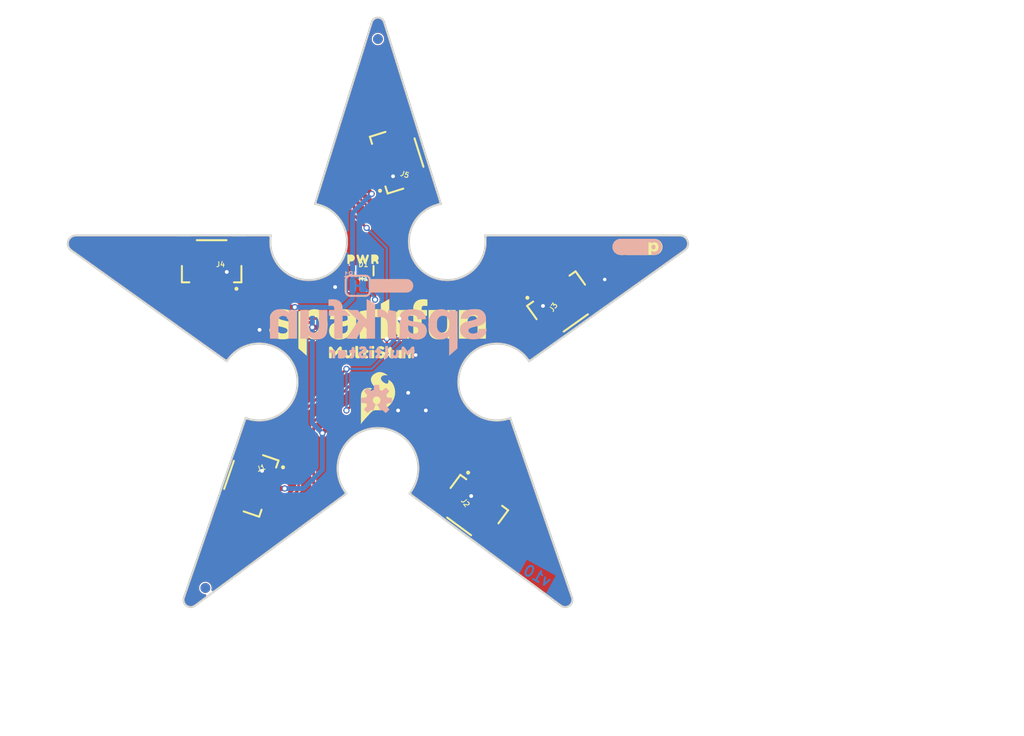
<source format=kicad_pcb>
(kicad_pcb (version 20211014) (generator pcbnew)
  (layers (0 "F.Cu" signal) (31 "B.Cu" signal) (34 "B.Paste" user) (35 "F.Paste" user) (36 "B.SilkS" user "B.Silkscreen") (37 "F.SilkS" user "F.Silkscreen") (38 "B.Mask" user) (39 "F.Mask" user) (44 "Edge.Cuts" user))
  (net 0 "")
  (net 1 "SCL")
  (net 2 "SDA")
  (net 3 "GND")
  (net 4 "3.3V")
  (net 5 "N$1")
  (net 6 "N$2")
  (footprint "eagleBoard:JST04_1MM_RA" (layer "F.Cu") (at 165.773103 102.325789 35.5)
    (fp_text reference "J3" (at -1.397014 2.159004 54.5) (layer "F.SilkS") (effects (font (size 0.512064 0.512064) (thickness 0.097536)) (justify left)))
    (fp_text value "QWIIC_RIGHT_ANGLE")
    (pad "1" smd roundrect (at -1.5 0 35.5) (size 0.6 1.35) (layers "F.Cu" "F.Paste" "F.Mask") (roundrect_rratio 0.08466666667) (net 3 "GND"))
    (pad "2" smd roundrect (at -0.5 0 35.5) (size 0.6 1.35) (layers "F.Cu" "F.Paste" "F.Mask") (roundrect_rratio 0.08466666667) (net 4 "3.3V"))
    (pad "3" smd roundrect (at 0.5 0 35.5) (size 0.6 1.35) (layers "F.Cu" "F.Paste" "F.Mask") (roundrect_rratio 0.08466666667) (net 2 "SDA"))
    (pad "4" smd roundrect (at 1.5 0 35.5) (size 0.6 1.35) (layers "F.Cu" "F.Paste" "F.Mask") (roundrect_rratio 0.08466666667) (net 1 "SCL"))
    (pad "NC1" smd roundrect (at 2.8 3.675 35.5) (size 1.2 2) (layers "F.Cu" "F.Paste" "F.Mask") (roundrect_rratio 0.04233333333))
    (pad "NC2" smd roundrect (at -2.8 3.675 35.5) (size 1.2 2) (layers "F.Cu" "F.Paste" "F.Mask") (roundrect_rratio 0.04233333333))
  )
  (footprint "eagleBoard:SFE_LOGO_NAME_.2" (layer "F.Cu") (at 148.501103 106.516789)
    (fp_text reference "LOGO5" hide)
    (fp_text value "SFE_LOGO_NAME.2_INCH" hide)
  )
  (footprint "eagleBoard:QWIIC_5MM" (layer "F.Cu") (at 174.663103 98.388789)
    (fp_text reference "LOGO2" hide)
    (fp_text value "QWIIC_LOGO_5MM" hide)
  )
  (footprint "eagleBoard:0603" (layer "F.Cu") (at 146.469103 102.325789)
    (fp_text reference "R1" (at 0 -0.762) (layer "F.SilkS") (effects (font (size 0.512064 0.512064) (thickness 0.097536)) (justify left)))
    (fp_text value "1k")
    (pad "1" smd roundrect (at -0.85 0) (size 1.1 1) (layers "F.Cu" "F.Paste" "F.Mask") (roundrect_rratio 0.0508) (net 5 "N$1"))
    (pad "2" smd roundrect (at 0.85 0) (size 1.1 1) (layers "F.Cu" "F.Paste" "F.Mask") (roundrect_rratio 0.0508) (net 6 "N$2"))
  )
  (footprint "eagleBoard:FIDUCIAL-1X2" (layer "F.Cu") (at 148.501103 77.433789)
    (fp_text reference "FD3" hide)
    (fp_text value "FIDUCIAL1X2" hide)
    (pad "1" smd roundrect (at 0 0) (size 1 1) (layers "F.Cu" "F.Mask") (roundrect_rratio 0.5))
  )
  (footprint "eagleBoard:MULTISTAR0" (layer "F.Cu") (at 142.659103 109.056789)
    (fp_text reference "U$3" hide)
    (fp_text value "" hide)
  )
  (footprint "eagleBoard:LED-0603" (layer "F.Cu") (at 146.469103 100.801789)
    (fp_text reference "D1" (at 0 -0.635) (layer "F.SilkS") (effects (font (size 0.512064 0.512064) (thickness 0.097536)) (justify left)))
    (fp_text value "RED")
    (pad "A" smd roundrect (at -0.877 0 270) (size 1 1) (layers "F.Cu" "F.Paste" "F.Mask") (roundrect_rratio 0.15) (net 5 "N$1"))
    (pad "C" smd roundrect (at 0.877 0 270) (size 1 1) (layers "F.Cu" "F.Paste" "F.Mask") (roundrect_rratio 0.15) (net 3 "GND"))
  )
  (footprint "eagleBoard:JST04_1MM_RA" (layer "F.Cu") (at 159.423103 122.899789 -36.5)
    (fp_text reference "J2" (at -1.39701 2.159011 -233.5) (layer "F.SilkS") (effects (font (size 0.512064 0.512064) (thickness 0.097536)) (justify left)))
    (fp_text value "QWIIC_RIGHT_ANGLE")
    (pad "1" smd roundrect (at -1.5 0 323.5) (size 0.6 1.35) (layers "F.Cu" "F.Paste" "F.Mask") (roundrect_rratio 0.08466666667) (net 3 "GND"))
    (pad "2" smd roundrect (at -0.5 0 323.5) (size 0.6 1.35) (layers "F.Cu" "F.Paste" "F.Mask") (roundrect_rratio 0.08466666667) (net 4 "3.3V"))
    (pad "3" smd roundrect (at 0.5 0 323.5) (size 0.6 1.35) (layers "F.Cu" "F.Paste" "F.Mask") (roundrect_rratio 0.08466666667) (net 2 "SDA"))
    (pad "4" smd roundrect (at 1.5 0 323.5) (size 0.6 1.35) (layers "F.Cu" "F.Paste" "F.Mask") (roundrect_rratio 0.08466666667) (net 1 "SCL"))
    (pad "NC1" smd roundrect (at 2.8 3.675 323.5) (size 1.2 2) (layers "F.Cu" "F.Paste" "F.Mask") (roundrect_rratio 0.04233333333))
    (pad "NC2" smd roundrect (at -2.8 3.675 323.5) (size 1.2 2) (layers "F.Cu" "F.Paste" "F.Mask") (roundrect_rratio 0.04233333333))
  )
  (footprint "eagleBoard:PWR0" (layer "F.Cu") (at 144.691103 99.658789)
    (fp_text reference "U$9" hide)
    (fp_text value "" hide)
  )
  (footprint "eagleBoard:JST04_1MM_RA" (layer "F.Cu") (at 148.247103 90.260789 107.4)
    (fp_text reference "J5" (at -1.397011 2.158984 -17.4) (layer "F.SilkS") (effects (font (size 0.512064 0.512064) (thickness 0.097536)) (justify left)))
    (fp_text value "QWIIC_RIGHT_ANGLE")
    (pad "1" smd roundrect (at -1.5 0 107.4) (size 0.6 1.35) (layers "F.Cu" "F.Paste" "F.Mask") (roundrect_rratio 0.08466666667) (net 3 "GND"))
    (pad "2" smd roundrect (at -0.5 0 107.4) (size 0.6 1.35) (layers "F.Cu" "F.Paste" "F.Mask") (roundrect_rratio 0.08466666667) (net 4 "3.3V"))
    (pad "3" smd roundrect (at 0.5 0 107.4) (size 0.6 1.35) (layers "F.Cu" "F.Paste" "F.Mask") (roundrect_rratio 0.08466666667) (net 2 "SDA"))
    (pad "4" smd roundrect (at 1.5 0 107.4) (size 0.6 1.35) (layers "F.Cu" "F.Paste" "F.Mask") (roundrect_rratio 0.08466666667) (net 1 "SCL"))
    (pad "NC1" smd roundrect (at 2.8 3.675 107.4) (size 1.2 2) (layers "F.Cu" "F.Paste" "F.Mask") (roundrect_rratio 0.04233333333))
    (pad "NC2" smd roundrect (at -2.8 3.675 107.4) (size 1.2 2) (layers "F.Cu" "F.Paste" "F.Mask") (roundrect_rratio 0.04233333333))
  )
  (footprint "eagleBoard:JST04_1MM_RA" (layer "F.Cu") (at 131.737103 102.325789 180)
    (fp_text reference "J4" (at -1.397 2.159) (layer "F.SilkS") (effects (font (size 0.512064 0.512064) (thickness 0.097536)) (justify right)))
    (fp_text value "QWIIC_RIGHT_ANGLE")
    (pad "1" smd roundrect (at -1.5 0 180) (size 0.6 1.35) (layers "F.Cu" "F.Paste" "F.Mask") (roundrect_rratio 0.08466666667) (net 3 "GND"))
    (pad "2" smd roundrect (at -0.5 0 180) (size 0.6 1.35) (layers "F.Cu" "F.Paste" "F.Mask") (roundrect_rratio 0.08466666667) (net 4 "3.3V"))
    (pad "3" smd roundrect (at 0.5 0 180) (size 0.6 1.35) (layers "F.Cu" "F.Paste" "F.Mask") (roundrect_rratio 0.08466666667) (net 2 "SDA"))
    (pad "4" smd roundrect (at 1.5 0 180) (size 0.6 1.35) (layers "F.Cu" "F.Paste" "F.Mask") (roundrect_rratio 0.08466666667) (net 1 "SCL"))
    (pad "NC1" smd roundrect (at 2.8 3.675 180) (size 1.2 2) (layers "F.Cu" "F.Paste" "F.Mask") (roundrect_rratio 0.04233333333))
    (pad "NC2" smd roundrect (at -2.8 3.675 180) (size 1.2 2) (layers "F.Cu" "F.Paste" "F.Mask") (roundrect_rratio 0.04233333333))
  )
  (footprint "eagleBoard:SFE_LOGO_FLAME_.2" (layer "F.Cu") (at 148.501103 113.628789)
    (fp_text reference "U$2" hide)
    (fp_text value "" hide)
  )
  (footprint "eagleBoard:JST04_1MM_RA" (layer "F.Cu") (at 137.833103 122.899789 -109)
    (fp_text reference "J1" (at -1.396983 2.159008 -161) (layer "F.SilkS") (effects (font (size 0.512064 0.512064) (thickness 0.097536)) (justify left)))
    (fp_text value "QWIIC_RIGHT_ANGLE")
    (pad "1" smd roundrect (at -1.5 0 251) (size 0.6 1.35) (layers "F.Cu" "F.Paste" "F.Mask") (roundrect_rratio 0.08466666667) (net 3 "GND"))
    (pad "2" smd roundrect (at -0.5 0 251) (size 0.6 1.35) (layers "F.Cu" "F.Paste" "F.Mask") (roundrect_rratio 0.08466666667) (net 4 "3.3V"))
    (pad "3" smd roundrect (at 0.5 0 251) (size 0.6 1.35) (layers "F.Cu" "F.Paste" "F.Mask") (roundrect_rratio 0.08466666667) (net 2 "SDA"))
    (pad "4" smd roundrect (at 1.5 0 251) (size 0.6 1.35) (layers "F.Cu" "F.Paste" "F.Mask") (roundrect_rratio 0.08466666667) (net 1 "SCL"))
    (pad "NC1" smd roundrect (at 2.8 3.675 251) (size 1.2 2) (layers "F.Cu" "F.Paste" "F.Mask") (roundrect_rratio 0.04233333333))
    (pad "NC2" smd roundrect (at -2.8 3.675 251) (size 1.2 2) (layers "F.Cu" "F.Paste" "F.Mask") (roundrect_rratio 0.04233333333))
  )
  (footprint "eagleBoard:FIDUCIAL-1X2" (layer "F.Cu") (at 131.102103 132.805789)
    (fp_text reference "FD1" hide)
    (fp_text value "FIDUCIAL1X2" hide)
    (pad "1" smd roundrect (at 0 0) (size 1 1) (layers "F.Cu" "F.Mask") (roundrect_rratio 0.5))
  )
  (footprint "eagleBoard:CREATIVE_COMMONS" (layer "F.Cu") (at 130.721103 147.410789)
    (fp_text reference "FRAME1" hide)
    (fp_text value "FRAME-LETTER" hide)
  )
  (footprint "eagleBoard:#PWR#0" (layer "B.Cu") (at 152.057103 102.325789 180)
    (fp_text reference "U$6" hide)
    (fp_text value "" hide)
  )
  (footprint "eagleBoard:FIDUCIAL-1X2" (layer "B.Cu") (at 148.501103 77.433789 180)
    (fp_text reference "FD4" hide)
    (fp_text value "FIDUCIAL1X2" hide)
    (pad "1" smd roundrect (at 0 0 180) (size 1 1) (layers "B.Cu" "B.Mask") (roundrect_rratio 0.5))
  )
  (footprint "eagleBoard:MULTISTAR0" (layer "B.Cu") (at 153.073103 109.056789 180)
    (fp_text reference "U$5" hide)
    (fp_text value "" hide)
  )
  (footprint "eagleBoard:SFE_LOGO_NAME_.2" (layer "B.Cu") (at 148.501103 106.516789 180)
    (fp_text reference "LOGO4" hide)
    (fp_text value "SFE_LOGO_NAME.2_INCH" hide)
  )
  (footprint "eagleBoard:QWIIC_5MM" (layer "B.Cu") (at 174.663103 98.388789 180)
    (fp_text reference "LOGO1" hide)
    (fp_text value "QWIIC_LOGO_5MM" hide)
  )
  (footprint "eagleBoard:SMT-JUMPER_2_NC_TRACE_SILK" (layer "B.Cu") (at 146.469103 102.325789 180)
    (fp_text reference "JP1" (at 0 1.143) (layer "B.SilkS") (effects (font (size 0.512064 0.512064) (thickness 0.097536)) (justify left mirror)))
    (fp_text value "PWR_LED")
    (fp_poly (pts (xy 0.1905 -0.13335) (xy -0.70485 -0.13335) (xy -0.70485 0.13335) (xy 0.1905 0.13335)) (layer "B.Cu") (width 0) (fill solid))
    (pad "1" smd roundrect (at -0.5207 0 180) (size 0.6604 1.27) (layers "B.Cu" "B.Mask") (roundrect_rratio 0.07692307692) (net 6 "N$2"))
    (pad "2" smd roundrect (at 0.5207 0 180) (size 0.6604 1.27) (layers "B.Cu" "B.Mask") (roundrect_rratio 0.07692307692) (net 4 "3.3V"))
  )
  (footprint "eagleBoard:OSHW-LOGO-S" (layer "B.Cu") (at 148.374103 113.882789 180)
    (fp_text reference "LOGO3" hide)
    (fp_text value "OSHW-LOGOS" hide)
  )
  (footprint "eagleBoard:FIDUCIAL-1X2" (layer "B.Cu") (at 131.102103 132.805789 180)
    (fp_text reference "FD2" hide)
    (fp_text value "FIDUCIAL1X2" hide)
    (pad "1" smd roundrect (at 0 0 180) (size 1 1) (layers "B.Cu" "B.Mask") (roundrect_rratio 0.5))
  )
  (gr_line (start 154.851103 94.070789) (end 149.119403 75.729349) (layer "Edge.Cuts") (width 0.2032))
  (gr_line (start 117.582981 98.74713) (end 133.261103 109.945789) (layer "Edge.Cuts") (width 0.2032))
  (gr_line (start 147.882803 75.729349) (end 142.151103 94.070789) (layer "Edge.Cuts") (width 0.2032))
  (gr_line (start 178.938093 97.245789) (end 159.296103 97.245789) (layer "Edge.Cuts") (width 0.2032))
  (gr_arc (start 133.261103 109.945789) (mid 140.198107 110.808454) (end 135.166103 115.660789) (layer "Edge.Cuts") (width 0.2032))
  (gr_arc (start 142.151103 94.070789) (mid 143.761167 101.023879) (end 137.706103 97.245789) (layer "Edge.Cuts") (width 0.2032))
  (gr_arc (start 178.938091 97.24579) (mid 179.726367 97.820937) (end 179.419221 98.74713) (layer "Edge.Cuts") (width 0.2032))
  (gr_arc (start 117.58298 98.747132) (mid 117.275833 97.820938) (end 118.064109 97.245789) (layer "Edge.Cuts") (width 0.2032))
  (gr_arc (start 130.058829 134.589881) (mid 129.198174 134.592191) (end 128.94074 133.770936) (layer "Edge.Cuts") (width 0.2032))
  (gr_arc (start 168.06146 133.770929) (mid 167.804024 134.592188) (end 166.943365 134.589874) (layer "Edge.Cuts") (width 0.2032))
  (gr_line (start 137.706103 97.245789) (end 118.064109 97.245789) (layer "Edge.Cuts") (width 0.2032))
  (gr_arc (start 159.296103 97.245789) (mid 153.241039 101.023879) (end 154.851103 94.070789) (layer "Edge.Cuts") (width 0.2032))
  (gr_line (start 135.166103 115.660789) (end 128.94074 133.770936) (layer "Edge.Cuts") (width 0.2032))
  (gr_line (start 168.061462 133.770927) (end 161.836103 115.660789) (layer "Edge.Cuts") (width 0.2032))
  (gr_line (start 163.741103 109.945789) (end 179.419221 98.74713) (layer "Edge.Cuts") (width 0.2032))
  (gr_line (start 130.058831 134.58988) (end 145.326103 123.280789) (layer "Edge.Cuts") (width 0.2032))
  (gr_arc (start 161.836103 115.660789) (mid 156.804097 110.808455) (end 163.741102 109.945788) (layer "Edge.Cuts") (width 0.2032))
  (gr_arc (start 147.882803 75.729349) (mid 148.501103 75.274781) (end 149.119403 75.729349) (layer "Edge.Cuts") (width 0.2032))
  (gr_arc (start 145.326103 123.280789) (mid 148.501103 116.674805) (end 151.676103 123.280789) (layer "Edge.Cuts") (width 0.2032))
  (gr_line (start 151.676103 123.280789) (end 166.943365 134.589874) (layer "Edge.Cuts") (width 0.2032))
  (gr_text "v10" (at 163.487103 130.265789 -28.7) (layer "B.Cu") (effects (font (size 1.0795 1.0795) (thickness 0.1905)) (justify right top mirror)))
  (segment (start 153.454103 111.977789) (end 162.948612 121.472299) (width 0.254) (layer "F.Cu") (net 1))
  (segment (start 167.551103 102.011564) (end 166.994274 101.454736) (width 0.254) (layer "F.Cu") (net 1))
  (segment (start 149.390103 111.977789) (end 149.390103 107.659789) (width 0.254) (layer "F.Cu") (net 1))
  (segment (start 142.024103 116.041789) (end 146.088103 111.977789) (width 0.254) (layer "F.Cu") (net 1))
  (segment (start 142.024103 122.899789) (end 140.605824 124.318068) (width 0.254) (layer "F.Cu") (net 1))
  (segment (start 160.566103 105.373789) (end 158.280103 107.659789) (width 0.254) (layer "F.Cu") (net 1))
  (segment (start 149.390103 107.659789) (end 134.150103 107.659789) (width 0.254) (layer "F.Cu") (net 1))
  (segment (start 160.566103 105.373789) (end 165.138103 105.373789) (width 0.254) (layer "F.Cu") (net 1))
  (segment (start 165.138103 105.373789) (end 167.551103 102.960789) (width 0.254) (layer "F.Cu") (net 1))
  (segment (start 149.390103 111.977789) (end 146.088103 111.977789) (width 0.254) (layer "F.Cu") (net 1))
  (segment (start 130.213103 102.349789) (end 130.237103 102.325789) (width 0.254) (layer "F.Cu") (net 1))
  (segment (start 134.150103 107.659789) (end 130.213103 103.722789) (width 0.254) (layer "F.Cu") (net 1))
  (segment (start 167.551103 102.960789) (end 167.551103 102.011564) (width 0.254) (layer "F.Cu") (net 1))
  (segment (start 130.213103 103.722789) (end 130.213103 102.349789) (width 0.254) (layer "F.Cu") (net 1))
  (segment (start 140.605824 124.318068) (end 137.344749 124.318068) (width 0.254) (layer "F.Cu") (net 1))
  (segment (start 142.024103 116.041789) (end 142.024103 122.899789) (width 0.254) (layer "F.Cu") (net 1))
  (segment (start 146.088103 90.539868) (end 147.79854 88.82943) (width 0.254) (layer "F.Cu") (net 1))
  (segment (start 153.454103 111.977789) (end 149.390103 111.977789) (width 0.254) (layer "F.Cu") (net 1))
  (segment (start 147.358103 96.483789) (end 146.088103 95.213789) (width 0.254) (layer "F.Cu") (net 1))
  (segment (start 146.088103 95.213789) (end 146.088103 90.539868) (width 0.254) (layer "F.Cu") (net 1))
  (segment (start 158.280103 107.659789) (end 149.390103 107.659789) (width 0.254) (layer "F.Cu") (net 1))
  (segment (start 162.948612 121.472299) (end 160.628887 123.792024) (width 0.254) (layer "F.Cu") (net 1))
  (via (at 147.358103 96.483789) (size 0.635) (drill 0.381) (layers "F.Cu" "B.Cu") (net 1))
  (via (at 149.390103 107.659789) (size 0.635) (drill 0.381) (layers "F.Cu" "B.Cu") (net 1))
  (segment (start 149.390103 98.515789) (end 149.390103 107.659789) (width 0.254) (layer "B.Cu") (net 1))
  (segment (start 149.390103 98.515789) (end 147.358103 96.483789) (width 0.254) (layer "B.Cu") (net 1))
  (segment (start 131.229103 102.333789) (end 131.237103 102.325789) (width 0.254) (layer "F.Cu") (net 2))
  (segment (start 140.500103 122.899789) (end 139.865103 123.534789) (width 0.254) (layer "F.Cu") (net 2))
  (segment (start 140.500103 115.533789) (end 140.500103 122.899789) (width 0.254) (layer "F.Cu") (net 2))
  (segment (start 133.388103 105.627789) (end 131.229103 103.468789) (width 0.254) (layer "F.Cu") (net 2))
  (segment (start 150.660103 105.627789) (end 150.660103 97.499789) (width 0.254) (layer "F.Cu") (net 2))
  (segment (start 150.660103 97.499789) (end 146.723103 93.562789) (width 0.254) (layer "F.Cu") (net 2))
  (segment (start 145.326103 110.707789) (end 140.500103 115.533789) (width 0.254) (layer "F.Cu") (net 2))
  (segment (start 148.094337 89.783671) (end 148.097581 89.783671) (width 0.254) (layer "F.Cu") (net 2))
  (segment (start 139.865103 123.534789) (end 137.832559 123.534789) (width 0.254) (layer "F.Cu") (net 2))
  (segment (start 150.660103 105.627789) (end 158.026103 105.627789) (width 0.254) (layer "F.Cu") (net 2))
  (segment (start 165.073509 100.928789) (end 166.180159 102.035439) (width 0.254) (layer "F.Cu") (net 2))
  (segment (start 131.229103 103.468789) (end 131.229103 102.333789) (width 0.254) (layer "F.Cu") (net 2))
  (segment (start 158.026103 105.627789) (end 162.725103 100.928789) (width 0.254) (layer "F.Cu") (net 2))
  (segment (start 162.725103 100.928789) (end 165.073509 100.928789) (width 0.254) (layer "F.Cu") (net 2))
  (segment (start 150.660103 105.627789) (end 133.388103 105.627789) (width 0.254) (layer "F.Cu") (net 2))
  (segment (start 154.216103 114.263789) (end 145.961103 114.263789) (width 0.254) (layer "F.Cu") (net 2))
  (segment (start 146.723103 93.562789) (end 146.723103 91.154905) (width 0.254) (layer "F.Cu") (net 2))
  (segment (start 146.723103 91.154905) (end 148.094337 89.783671) (width 0.254) (layer "F.Cu") (net 2))
  (segment (start 161.487274 121.534958) (end 159.825031 123.197202) (width 0.254) (layer "F.Cu") (net 2))
  (segment (start 154.216103 114.263789) (end 161.487274 121.534958) (width 0.254) (layer "F.Cu") (net 2))
  (segment (start 137.832559 123.534789) (end 137.670318 123.372549) (width 0.254) (layer "F.Cu") (net 2))
  (segment (start 145.326103 114.898789) (end 145.961103 114.263789) (width 0.254) (layer "F.Cu") (net 2))
  (via (at 145.326103 114.898789) (size 0.635) (drill 0.381) (layers "F.Cu" "B.Cu") (net 2))
  (via (at 150.660103 105.627789) (size 0.635) (drill 0.381) (layers "F.Cu" "B.Cu") (net 2))
  (via (at 145.326103 110.707789) (size 0.635) (drill 0.381) (layers "F.Cu" "B.Cu") (net 2))
  (segment (start 150.660103 105.627789) (end 150.660103 107.913789) (width 0.254) (layer "B.Cu") (net 2))
  (segment (start 147.866103 110.707789) (end 145.326103 110.707789) (width 0.254) (layer "B.Cu") (net 2))
  (segment (start 150.660103 107.913789) (end 147.866103 110.707789) (width 0.254) (layer "B.Cu") (net 2))
  (segment (start 145.326103 110.707789) (end 145.326103 114.898789) (width 0.254) (layer "B.Cu") (net 2))
  (via (at 157.899103 123.534789) (size 0.635) (drill 0.381) (layers "F.Cu" "B.Cu") (net 3))
  (via (at 133.261103 100.928789) (size 0.635) (drill 0.381) (layers "F.Cu" "B.Cu") (net 3))
  (via (at 150.533103 114.898789) (size 0.635) (drill 0.381) (layers "F.Cu" "B.Cu") (net 3))
  (via (at 144.183103 102.452789) (size 0.635) (drill 0.381) (layers "F.Cu" "B.Cu") (net 3))
  (via (at 152.311103 109.310789) (size 0.604) (drill 0.35) (layers "F.Cu" "B.Cu") (net 3))
  (via (at 153.327103 114.898789) (size 0.635) (drill 0.381) (layers "F.Cu" "B.Cu") (net 3))
  (via (at 151.549103 113.120789) (size 0.635) (drill 0.381) (layers "F.Cu" "B.Cu") (net 3))
  (via (at 136.563103 106.770789) (size 0.635) (drill 0.381) (layers "F.Cu" "B.Cu") (net 3))
  (via (at 171.361103 101.690789) (size 0.604) (drill 0.35) (layers "F.Cu" "B.Cu") (net 3))
  (via (at 150.025103 91.276789) (size 0.635) (drill 0.381) (layers "F.Cu" "B.Cu") (net 3))
  (via (at 165.138103 104.357789) (size 0.635) (drill 0.381) (layers "F.Cu" "B.Cu") (net 3))
  (via (at 136.817103 120.994789) (size 0.635) (drill 0.381) (layers "F.Cu" "B.Cu") (net 3))
  (segment (start 142.900403 117.184789) (end 144.170403 115.914789) (width 0.508) (layer "F.Cu") (net 4))
  (segment (start 163.106103 101.690789) (end 158.280103 106.516789) (width 0.508) (layer "F.Cu") (net 4))
  (segment (start 154.597099 115.914789) (end 159.275159 120.592849) (width 0.508) (layer "F.Cu") (net 4))
  (segment (start 139.103103 122.772789) (end 138.34164 122.772789) (width 0.508) (layer "F.Cu") (net 4))
  (segment (start 147.485103 91.111327) (end 147.858518 90.737911) (width 0.508) (layer "F.Cu") (net 4))
  (segment (start 133.515103 104.484789) (end 132.237103 103.206789) (width 0.508) (layer "F.Cu") (net 4))
  (segment (start 138.34164 122.772789) (end 137.995884 122.427033) (width 0.508) (layer "F.Cu") (net 4))
  (segment (start 159.275159 122.348393) (end 159.021171 122.60238) (width 0.508) (layer "F.Cu") (net 4))
  (segment (start 140.119103 104.484789) (end 133.515103 104.484789) (width 0.508) (layer "F.Cu") (net 4))
  (segment (start 158.280103 106.516789) (end 141.884403 106.516789) (width 0.508) (layer "F.Cu") (net 4))
  (segment (start 147.858518 90.737911) (end 148.396621 90.737911) (width 0.508) (layer "F.Cu") (net 4))
  (segment (start 164.503103 101.690789) (end 165.366043 102.55373) (width 0.508) (layer "F.Cu") (net 4))
  (segment (start 147.485103 92.673789) (end 147.485103 91.111327) (width 0.508) (layer "F.Cu") (net 4))
  (segment (start 163.106103 101.690789) (end 164.503103 101.690789) (width 0.508) (layer "F.Cu") (net 4))
  (segment (start 159.275159 120.592849) (end 159.275159 122.348393) (width 0.508) (layer "F.Cu") (net 4))
  (segment (start 147.866103 93.054789) (end 147.485103 92.673789) (width 0.508) (layer "F.Cu") (net 4))
  (segment (start 144.170403 115.914789) (end 154.597099 115.914789) (width 0.508) (layer "F.Cu") (net 4))
  (segment (start 165.366043 102.55373) (end 165.366043 102.616143) (width 0.508) (layer "F.Cu") (net 4))
  (segment (start 132.237103 103.206789) (end 132.237103 102.325789) (width 0.508) (layer "F.Cu") (net 4))
  (via (at 141.884403 106.516789) (size 0.635) (drill 0.381) (layers "F.Cu" "B.Cu") (net 4))
  (via (at 139.103103 122.772789) (size 0.635) (drill 0.381) (layers "F.Cu" "B.Cu") (net 4))
  (via (at 140.119103 104.484789) (size 0.635) (drill 0.381) (layers "F.Cu" "B.Cu") (net 4))
  (via (at 147.866103 93.054789) (size 0.635) (drill 0.381) (layers "F.Cu" "B.Cu") (net 4))
  (via (at 142.900403 117.184789) (size 0.635) (drill 0.381) (layers "F.Cu" "B.Cu") (net 4))
  (segment (start 141.884403 106.516789) (end 141.884403 116.168789) (width 0.508) (layer "B.Cu") (net 4))
  (segment (start 140.119103 104.484789) (end 141.884403 104.484789) (width 0.508) (layer "B.Cu") (net 4))
  (segment (start 141.884403 116.168789) (end 142.900403 117.184789) (width 0.508) (layer "B.Cu") (net 4))
  (segment (start 145.948403 94.972489) (end 147.866103 93.054789) (width 0.508) (layer "B.Cu") (net 4))
  (segment (start 145.948403 102.325789) (end 145.948403 94.972489) (width 0.508) (layer "B.Cu") (net 4))
  (segment (start 145.072103 104.484789) (end 141.884403 104.484789) (width 0.508) (layer "B.Cu") (net 4))
  (segment (start 141.008103 122.772789) (end 139.103103 122.772789) (width 0.508) (layer "B.Cu") (net 4))
  (segment (start 142.900403 120.880489) (end 141.008103 122.772789) (width 0.508) (layer "B.Cu") (net 4))
  (segment (start 141.884403 106.516789) (end 141.884403 104.484789) (width 0.508) (layer "B.Cu") (net 4))
  (segment (start 145.948403 103.608489) (end 145.072103 104.484789) (width 0.508) (layer "B.Cu") (net 4))
  (segment (start 145.948403 102.325789) (end 145.948403 103.608489) (width 0.508) (layer "B.Cu") (net 4))
  (segment (start 142.900403 117.184789) (end 142.900403 120.880489) (width 0.508) (layer "B.Cu") (net 4))
  (segment (start 145.619103 100.828789) (end 145.619103 102.325789) (width 0.254) (layer "F.Cu") (net 5))
  (segment (start 145.592103 100.801789) (end 145.619103 100.828789) (width 0.254) (layer "F.Cu") (net 5))
  (segment (start 148.209003 103.215689) (end 148.209003 103.722789) (width 0.254) (layer "F.Cu") (net 6))
  (segment (start 147.319103 102.325789) (end 148.209003 103.215689) (width 0.254) (layer "F.Cu") (net 6))
  (via (at 148.209003 103.722789) (size 0.635) (drill 0.381) (layers "F.Cu" "B.Cu") (net 6))
  (segment (start 146.989803 102.325789) (end 148.209003 103.544989) (width 0.254) (layer "B.Cu") (net 6))
  (segment (start 148.209003 103.544989) (end 148.209003 103.722789) (width 0.254) (layer "B.Cu") (net 6))
  (zone (net 3) (net_name "GND") (layer "F.Cu") (priority 6) (connect_pads (clearance 0.000001)) (min_thickness 0.254) (fill yes (thermal_gap 0.558) (thermal_bridge_width 0.558))
    (polygon (pts (xy 181.775103 136.234789) (xy 116.497103 136.234789) (xy 116.497103 73.496789) (xy 181.775103 73.496789)))
  )
  (zone (net 3) (net_name "GND") (layer "B.Cu") (priority 6) (connect_pads (clearance 0.000001)) (min_thickness 0.254) (fill yes (thermal_gap 0.558) (thermal_bridge_width 0.558))
    (polygon (pts (xy 181.775103 136.234789) (xy 116.497103 136.234789) (xy 116.497103 73.496789) (xy 181.775103 73.496789)))
  )
)
</source>
